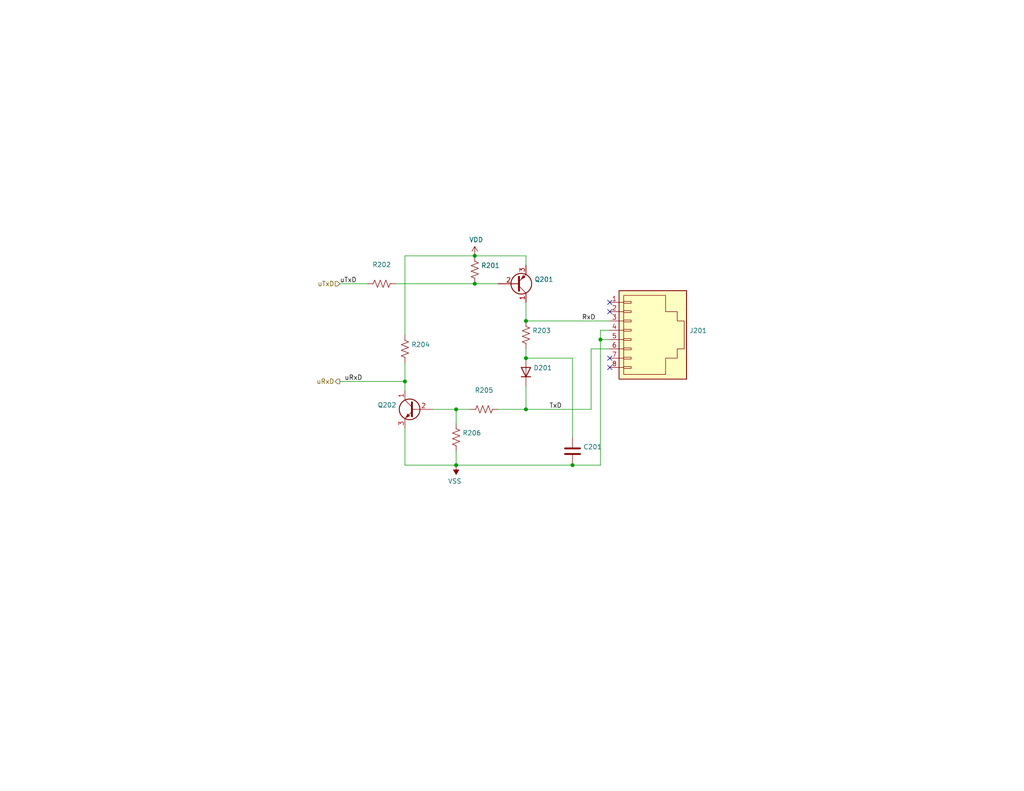
<source format=kicad_sch>
(kicad_sch (version 20211123) (generator eeschema)
  (paper "USLetter")
  (title_block (title "1005 Flash Programmer") (date "2021-12-12") (rev "1") (company "Dan Wilson") (comment 3 "Copyright © 2021 Dan Wilson") (comment 4 "SST39SF0x0A Flash Programmer"))
  (lib_symbols
    (symbol "Device:C" (pin_numbers hide) (pin_names (offset 0.254))
      (property "Reference" "C" (at 0.635 2.54 0))
      (property "Value" "C" (at 0.635 -2.54 0))
      (symbol "C_0_1"
        (polyline (pts (xy -2.032 -0.762) (xy 2.032 -0.762)) (stroke (width 0.508)))
        (polyline (pts (xy -2.032 0.762) (xy 2.032 0.762)) (stroke (width 0.508)))
      )
      (symbol "C_1_1"
        (pin passive line (at 0 3.81 270) (length 2.794) (name "~") (number "1"))
        (pin passive line (at 0 -3.81 90) (length 2.794) (name "~") (number "2"))
      )
    )
    (symbol "Device:R_US" (pin_numbers hide) (pin_names (offset 0))
      (property "Reference" "R" (at 2.54 0 90))
      (property "Value" "R_US" (at -2.54 0 90))
      (symbol "R_US_0_1"
        (polyline (pts (xy 0 -2.286) (xy 0 -2.54)))
        (polyline (pts (xy 0 2.286) (xy 0 2.54)))
        (polyline (pts (xy 0 -0.762) (xy 1.016 -1.143) (xy 0 -1.524) (xy -1.016 -1.905) (xy 0 -2.286)))
        (polyline (pts (xy 0 0.762) (xy 1.016 0.381) (xy 0 0) (xy -1.016 -0.381) (xy 0 -0.762)))
        (polyline (pts (xy 0 2.286) (xy 1.016 1.905) (xy 0 1.524) (xy -1.016 1.143) (xy 0 0.762)))
      )
      (symbol "R_US_1_1"
        (pin passive line (at 0 3.81 270) (length 1.27) (name "~") (number "1"))
        (pin passive line (at 0 -3.81 90) (length 1.27) (name "~") (number "2"))
      )
    )
    (symbol "Diode:1N4148" (pin_numbers hide) (pin_names (offset 1.016) hide)
      (property "Reference" "D" (at 0 2.54 0))
      (property "Value" "1N4148" (at 0 -2.54 0))
      (symbol "1N4148_0_1"
        (polyline (pts (xy -1.27 1.27) (xy -1.27 -1.27)) (stroke (width 0.254)))
        (polyline (pts (xy 1.27 0) (xy -1.27 0)))
        (polyline (pts (xy 1.27 1.27) (xy 1.27 -1.27) (xy -1.27 0) (xy 1.27 1.27)) (stroke (width 0.254)))
      )
      (symbol "1N4148_1_1"
        (pin passive line (at -3.81 0 0) (length 2.54) (name "K") (number "1"))
        (pin passive line (at 3.81 0 180) (length 2.54) (name "A") (number "2"))
      )
    )
    (symbol "Transistor_BJT:BC548" (pin_names (offset 0) hide)
      (property "Reference" "Q" (at 5.08 1.905 0))
      (property "Value" "BC548" (at 5.08 0 0))
      (symbol "BC548_0_1"
        (polyline (pts (xy 0 0) (xy 0.635 0)))
        (polyline (pts (xy 0.635 0.635) (xy 2.54 2.54)))
        (polyline (pts (xy 0.635 -0.635) (xy 2.54 -2.54) (xy 2.54 -2.54)))
        (polyline (pts (xy 0.635 1.905) (xy 0.635 -1.905) (xy 0.635 -1.905)) (stroke (width 0.508)))
        (polyline (pts (xy 1.27 -1.778) (xy 1.778 -1.27) (xy 2.286 -2.286) (xy 1.27 -1.778) (xy 1.27 -1.778)) (fill (type outline)))
        (circle (center 1.27 0) (radius 2.8194) (stroke (width 0.254)))
      )
      (symbol "BC548_1_1"
        (pin passive line (at 2.54 5.08 270) (length 2.54) (name "C") (number "1"))
        (pin input line (at -5.08 0 0) (length 5.08) (name "B") (number "2"))
        (pin passive line (at 2.54 -5.08 90) (length 2.54) (name "E") (number "3"))
      )
    )
    (symbol "Transistor_BJT:BC558" (pin_names (offset 0) hide)
      (property "Reference" "Q" (at 5.08 1.905 0))
      (property "Value" "BC558" (at 5.08 0 0))
      (symbol "BC558_0_1"
        (polyline (pts (xy 0.635 0.635) (xy 2.54 2.54)))
        (polyline (pts (xy 0.635 -0.635) (xy 2.54 -2.54) (xy 2.54 -2.54)))
        (polyline (pts (xy 0.635 1.905) (xy 0.635 -1.905) (xy 0.635 -1.905)) (stroke (width 0.508)))
        (polyline (pts (xy 2.286 -1.778) (xy 1.778 -2.286) (xy 1.27 -1.27) (xy 2.286 -1.778) (xy 2.286 -1.778)) (fill (type outline)))
        (circle (center 1.27 0) (radius 2.8194) (stroke (width 0.254)))
      )
      (symbol "BC558_1_1"
        (pin passive line (at 2.54 5.08 270) (length 2.54) (name "C") (number "1"))
        (pin input line (at -5.08 0 0) (length 5.715) (name "B") (number "2"))
        (pin passive line (at 2.54 -5.08 90) (length 2.54) (name "E") (number "3"))
      )
    )
    (symbol "dk_Modular-Connectors-Jacks:54602-908LF" (pin_names (offset 1.016))
      (property "Reference" "J" (at -10.922 9.144 0))
      (property "Value" "54602-908LF" (at 1.27 -2.032 0))
      (symbol "54602-908LF_0_1"
        (rectangle (start -10.795 7.62) (end 13.335 -10.795) (stroke (width 0.254)) (fill (type background)))
        (rectangle (start -7.874 6.35) (end -7.366 4.318))
        (rectangle (start -5.334 6.35) (end -4.826 4.318))
        (rectangle (start -2.794 6.35) (end -2.286 4.318))
        (rectangle (start -0.254 6.35) (end 0.254 4.318))
        (polyline (pts (xy -7.62 7.62) (xy -7.62 6.35)))
        (polyline (pts (xy -5.08 7.62) (xy -5.08 6.35)))
        (polyline (pts (xy -2.54 7.62) (xy -2.54 6.35)))
        (polyline (pts (xy 0 7.62) (xy 0 6.35)))
        (polyline (pts (xy 2.54 7.62) (xy 2.54 6.35)))
        (polyline (pts (xy 5.08 7.62) (xy 5.08 6.35)))
        (polyline (pts (xy 7.62 7.62) (xy 7.62 6.35)))
        (polyline (pts (xy 10.16 7.62) (xy 10.16 6.35)))
        (polyline (pts (xy -9.525 6.35) (xy 12.065 6.35) (xy 12.065 -5.08) (xy 7.62 -5.08) (xy 7.62 -8.255) (xy 5.08 -8.255) (xy 5.08 -10.16) (xy -2.54 -10.16) (xy -2.54 -8.255) (xy -5.08 -8.255) (xy -5.08 -5.08) (xy -9.525 -5.08) (xy -9.525 6.35)))
        (rectangle (start 2.286 6.35) (end 2.794 4.318))
        (rectangle (start 4.826 6.35) (end 5.334 4.318))
        (rectangle (start 7.366 6.35) (end 7.874 4.318))
        (rectangle (start 9.906 6.35) (end 10.414 4.318))
      )
      (symbol "54602-908LF_1_1"
        (pin passive line (at -7.62 10.16 270) (length 2.54) (name "~") (number "1"))
        (pin passive line (at -5.08 10.16 270) (length 2.54) (name "~") (number "2"))
        (pin passive line (at -2.54 10.16 270) (length 2.54) (name "~") (number "3"))
        (pin passive line (at 0 10.16 270) (length 2.54) (name "~") (number "4"))
        (pin passive line (at 2.54 10.16 270) (length 2.54) (name "~") (number "5"))
        (pin passive line (at 5.08 10.16 270) (length 2.54) (name "~") (number "6"))
        (pin passive line (at 7.62 10.16 270) (length 2.54) (name "~") (number "7"))
        (pin passive line (at 10.16 10.16 270) (length 2.54) (name "~") (number "8"))
      )
    )
    (symbol "power:VDD" (power) (pin_names (offset 0))
      (property "Value" "VDD" (at 0 3.81 0))
      (symbol "VDD_0_1"
        (polyline (pts (xy -0.762 1.27) (xy 0 2.54)))
        (polyline (pts (xy 0 0) (xy 0 2.54)))
        (polyline (pts (xy 0 2.54) (xy 0.762 1.27)))
      )
      (symbol "VDD_1_1"
        (pin power_in line (at 0 0 90) (length 0) hide (name "VDD") (number "1"))
      )
    )
    (symbol "power:VSS" (power) (pin_names (offset 0))
      (property "Value" "VSS" (at 0 3.81 0))
      (symbol "VSS_0_1"
        (polyline (pts (xy 0 0) (xy 0 2.54)))
        (polyline (pts (xy 0.762 1.27) (xy -0.762 1.27) (xy 0 2.54) (xy 0.762 1.27)) (fill (type outline)))
      )
      (symbol "VSS_1_1"
        (pin power_in line (at 0 0 90) (length 0) hide (name "VSS") (number "1"))
      )
    )
  )
  (junction (at 163.83 92.71))
  (junction (at 129.54 69.85))
  (junction (at 143.51 111.76))
  (junction (at 143.51 87.63))
  (junction (at 129.54 77.47))
  (junction (at 143.51 97.79))
  (junction (at 156.21 127))
  (junction (at 124.46 111.76))
  (junction (at 124.46 127))
  (junction (at 110.49 104.14))
  (no_connect (at 166.37 85.09))
  (no_connect (at 166.37 82.55))
  (no_connect (at 166.37 97.79))
  (no_connect (at 166.37 100.33))
  (wire (pts (xy 161.29 95.25) (xy 166.37 95.25)))
  (wire (pts (xy 124.46 111.76) (xy 128.27 111.76)))
  (wire (pts (xy 124.46 115.57) (xy 124.46 111.76)))
  (wire (pts (xy 143.51 111.76) (xy 143.51 105.41)))
  (wire (pts (xy 110.49 127) (xy 124.46 127)))
  (wire (pts (xy 163.83 127) (xy 156.21 127)))
  (wire (pts (xy 161.29 111.76) (xy 161.29 95.25)))
  (wire (pts (xy 124.46 127) (xy 156.21 127)))
  (wire (pts (xy 92.71 77.47) (xy 100.33 77.47)))
  (wire (pts (xy 143.51 97.79) (xy 156.21 97.79)))
  (wire (pts (xy 110.49 99.06) (xy 110.49 104.14)))
  (wire (pts (xy 129.54 77.47) (xy 135.89 77.47)))
  (wire (pts (xy 163.83 90.17) (xy 163.83 92.71)))
  (wire (pts (xy 143.51 111.76) (xy 135.89 111.76)))
  (wire (pts (xy 166.37 92.71) (xy 163.83 92.71)))
  (wire (pts (xy 110.49 127) (xy 110.49 116.84)))
  (wire (pts (xy 156.21 97.79) (xy 156.21 119.38)))
  (wire (pts (xy 166.37 90.17) (xy 163.83 90.17)))
  (wire (pts (xy 163.83 92.71) (xy 163.83 127)))
  (wire (pts (xy 166.37 87.63) (xy 143.51 87.63)))
  (wire (pts (xy 143.51 69.85) (xy 129.54 69.85)))
  (wire (pts (xy 143.51 95.25) (xy 143.51 97.79)))
  (wire (pts (xy 92.71 104.14) (xy 110.49 104.14)))
  (wire (pts (xy 107.95 77.47) (xy 129.54 77.47)))
  (wire (pts (xy 110.49 104.14) (xy 110.49 106.68)))
  (wire (pts (xy 143.51 72.39) (xy 143.51 69.85)))
  (wire (pts (xy 110.49 69.85) (xy 129.54 69.85)))
  (wire (pts (xy 143.51 111.76) (xy 161.29 111.76)))
  (wire (pts (xy 124.46 123.19) (xy 124.46 127)))
  (wire (pts (xy 118.11 111.76) (xy 124.46 111.76)))
  (wire (pts (xy 143.51 82.55) (xy 143.51 87.63)))
  (wire (pts (xy 110.49 69.85) (xy 110.49 91.44)))
  (label "TxD" (at 149.86 111.76 0))
  (label "uTxD" (at 92.71 77.47 0))
  (label "RxD" (at 158.75 87.63 0))
  (label "uRxD" (at 93.98 104.14 0))
  (hierarchical_label "uTxD" (shape input) (at 92.71 77.47 180))
  (hierarchical_label "uRxD" (shape output) (at 92.71 104.14 180))
  (symbol (lib_id "dk_Modular-Connectors-Jacks:54602-908LF") (at 176.53 90.17 90) (mirror x) (unit 1)
    (property "Reference" "J201" (at 188.087 90.2716 90) (effects (justify right)))
    (property "Digi-Key_PN" "AE10384-ND" (effects hide))
    (property "MPN" "A-2004-2-4-LP-N-R" (effects hide))
    (property "Category" "Connectors, Interconnects" (effects hide))
    (property "Family" "Modular Connectors - Jacks" (effects hide))
    (property "DK_Detail_Page" "/product-detail/en/amphenol-icc-fci/54602-908LF/609-1046-ND/1001360" (effects hide))
    (property "Description" "CONN MOD JACK 8P8C R/A UNSHLD" (effects hide))
    (property "Manufacturer" "Amphenol ICC (FCI)" (effects hide))
    (property "Status" "Active" (effects hide))
  )
  (symbol (lib_id "Transistor_BJT:BC558") (at 140.97 77.47 0) (mirror x) (unit 1)
    (property "Reference" "Q201" (at 145.8214 76.3016 0) (effects (justify left)))
    (property "Datasheet" "https://www.onsemi.com/pub/Collateral/BC556BTA-D.pdf" (effects hide))
    (property "DK_Datasheet_Link" "https://www.nteinc.com/specs/original/BC558.pdf" (effects hide))
    (property "Description" "TRANS PNP 30V 100MA TO92-3" (effects hide))
    (property "Digi-Key_PN" "2368-BC558-ND" (effects hide))
    (property "Family" "Transistors - Bipolar (BJT) - Songle" (effects hide))
    (property "MPN" "BC558" (effects hide))
    (property "Manufacturer" "NTE Electronics, Inc" (effects hide))
  )
  (symbol (lib_id "Transistor_BJT:BC548") (at 113.03 111.76 0) (mirror y) (unit 1)
    (property "Reference" "Q202" (at 108.1786 110.5916 0) (effects (justify left)))
    (property "Datasheet" "https://www.onsemi.com/pub/Collateral/BC550-D.pdf" (effects hide))
    (property "DK_Datasheet_Link" "https://rocelec.widen.net/view/pdf/q1kc0zm1fe/FAIRS24942-1.pdf?t.download=true&u=5oefqw" (effects hide))
    (property "Description" "TRANS NPN 30V 100MA TO92-3" (effects hide))
    (property "Digi-Key_PN" "2156-BC548-FS-ND" (effects hide))
    (property "Family" "Transistors - Bipolar (BJT) - Songle" (effects hide))
    (property "MPN" "BC548" (effects hide))
    (property "Manufacturer" "Fairchild Semiconductor" (effects hide))
  )
  (symbol (lib_id "Diode:1N4148") (at 143.51 101.6 90) (unit 1)
    (property "Reference" "D201" (at 145.542 100.4316 90) (effects (justify right)))
    (property "Datasheet" "https://assets.nexperia.com/documents/data-sheet/1N4148_1N4448.pdf" (effects hide))
    (property "DK_Datasheet_Link" "https://rocelec.widen.net/view/pdf/bhc41r7lwc/ONSM-S-A0003539415-1.pdf?t.download=true&u=5oefqw" (effects hide))
    (property "Description" "DIODE GEN PURP 100V 200MA DO35" (effects hide))
    (property "Digi-Key_PN" "1N4148FS-ND" (effects hide))
    (property "Family" "Diodes - Rectifiers - Single" (effects hide))
    (property "MPN" "1N4148" (effects hide))
    (property "Manufacturer" "onsemi" (effects hide))
  )
  (symbol (lib_id "Device:C") (at 156.21 123.19 0) (unit 1)
    (property "Reference" "C201" (at 159.131 122.0216 0) (effects (justify left)))
    (property "Description" "CAP CER 0.1UF 50V X7R RADIAL" (effects hide))
    (property "Digi-Key_PN" "445-173588-1-ND" (effects hide))
    (property "Family" "Ceramic Capacitors" (effects hide))
    (property "MPN" "FG28X7R1H104KNT06" (effects hide))
    (property "Manufacturer" "TDK Corporation" (effects hide))
  )
  (symbol (lib_id "Device:R_US") (at 143.51 91.44 0) (unit 1)
    (property "Reference" "R203" (at 145.2372 90.2716 0) (effects (justify left)))
    (property "DK_Datasheet_Link" "https://www.yageo.com/upload/media/product/productsearch/datasheet/lr/YAGEO%20MFR_datasheet_2021v1.pdf" (effects hide))
    (property "Description" "RES 4.7K OHM 1% 1/4W AXIAL" (effects hide))
    (property "Digi-Key_PN" "MFR-25FBF52-4K7-ND" (effects hide))
    (property "Family" "Through Hole Resistors" (effects hide))
    (property "MPN" "MFR-25FBF52-4K7" (effects hide))
    (property "Manufacturer" "YAGEO" (effects hide))
  )
  (symbol (lib_id "Device:R_US") (at 132.08 111.76 270) (unit 1)
    (property "Reference" "R205" (at 132.08 106.553 90))
    (property "DK_Datasheet_Link" "https://www.yageo.com/upload/media/product/productsearch/datasheet/lr/YAGEO%20MFR_datasheet_2021v1.pdf" (effects hide))
    (property "Description" "RES 4.7K OHM 1% 1/4W AXIAL" (effects hide))
    (property "Digi-Key_PN" "MFR-25FBF52-4K7-ND" (effects hide))
    (property "Family" "Through Hole Resistors" (effects hide))
    (property "MPN" "MFR-25FBF52-4K7" (effects hide))
    (property "Manufacturer" "YAGEO" (effects hide))
  )
  (symbol (lib_id "Device:R_US") (at 124.46 119.38 0) (unit 1)
    (property "Reference" "R206" (at 126.1872 118.2116 0) (effects (justify left)))
    (property "DK_Datasheet_Link" "https://www.yageo.com/upload/media/product/productsearch/datasheet/lr/YAGEO%20MFR_datasheet_2021v1.pdf" (effects hide))
    (property "Description" "RES 4.7K OHM 1% 1/4W AXIAL" (effects hide))
    (property "Digi-Key_PN" "MFR-25FBF52-4K7-ND" (effects hide))
    (property "Family" "Through Hole Resistors" (effects hide))
    (property "MPN" "MFR-25FBF52-4K7" (effects hide))
    (property "Manufacturer" "YAGEO" (effects hide))
  )
  (symbol (lib_id "Device:R_US") (at 129.54 73.66 0) (unit 1)
    (property "Reference" "R201" (at 131.2672 72.4916 0) (effects (justify left)))
    (property "DK_Datasheet_Link" "https://www.yageo.com/upload/media/product/productsearch/datasheet/lr/YAGEO%20MFR_datasheet_2021v1.pdf" (effects hide))
    (property "Description" "RES 10K OHM 1% 1/4W AXIAL" (effects hide))
    (property "Digi-Key_PN" "10.0KXBK-ND" (effects hide))
    (property "Family" "Through Hole Resistors" (effects hide))
    (property "MPN" "MFR-25FBF52-10K" (effects hide))
    (property "Manufacturer" "YAGEO" (effects hide))
  )
  (symbol (lib_id "Device:R_US") (at 110.49 95.25 0) (unit 1)
    (property "Reference" "R204" (at 112.2172 94.0816 0) (effects (justify left)))
    (property "DK_Datasheet_Link" "https://www.yageo.com/upload/media/product/productsearch/datasheet/lr/YAGEO%20MFR_datasheet_2021v1.pdf" (effects hide))
    (property "Description" "RES 10K OHM 1% 1/4W AXIAL" (effects hide))
    (property "Digi-Key_PN" "10.0KXBK-ND" (effects hide))
    (property "Family" "Through Hole Resistors" (effects hide))
    (property "MPN" "MFR-25FBF52-10K" (effects hide))
    (property "Manufacturer" "YAGEO" (effects hide))
  )
  (symbol (lib_id "Device:R_US") (at 104.14 77.47 270) (unit 1)
    (property "Reference" "R202" (at 104.14 72.263 90))
    (property "DK_Datasheet_Link" "https://www.yageo.com/upload/media/product/productsearch/datasheet/lr/YAGEO%20MFR_datasheet_2021v1.pdf" (effects hide))
    (property "Description" "RES 10K OHM 1% 1/4W AXIAL" (effects hide))
    (property "Digi-Key_PN" "10.0KXBK-ND" (effects hide))
    (property "Family" "Through Hole Resistors" (effects hide))
    (property "MPN" "MFR-25FBF52-10K" (effects hide))
    (property "Manufacturer" "YAGEO" (effects hide))
  )
  (symbol (lib_id "power:VDD") (at 129.54 69.85 0) (unit 1)
    (property "Reference" "#PWR0201" (effects hide))
  )
  (symbol (lib_id "power:VSS") (at 124.46 127 180) (unit 1)
    (property "Reference" "#PWR0202" (effects hide))
  )
)
</source>
